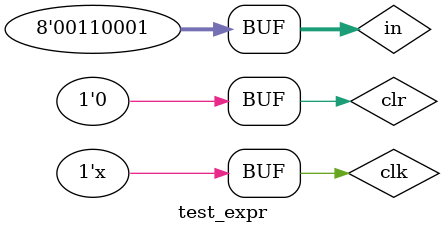
<source format=v>
`timescale 1ns / 1ps


module test_expr;

	// Inputs
	reg clk;
	reg clr;
	reg [7:0] in;

	// Outputs
	wire out;

	// Instantiate the Unit Under Test (UUT)
	expr uut (
		.clk(clk), 
		.clr(clr), 
		.in(in), 
		.out(out)
	);

	initial begin
		// Initialize Inputs
		clk = 0;
		clr = 0;
		in = 0;
		
		#1 clr = 1;
		#1 clr = 0;
		
		in = "1";
		#2 in = "+";
		#2 in = "1";

		// Wait 100 ns for global reset to finish
		#100;
        
		// Add stimulus here

	end
	
	always #1 clk = ~clk;
      
endmodule


</source>
